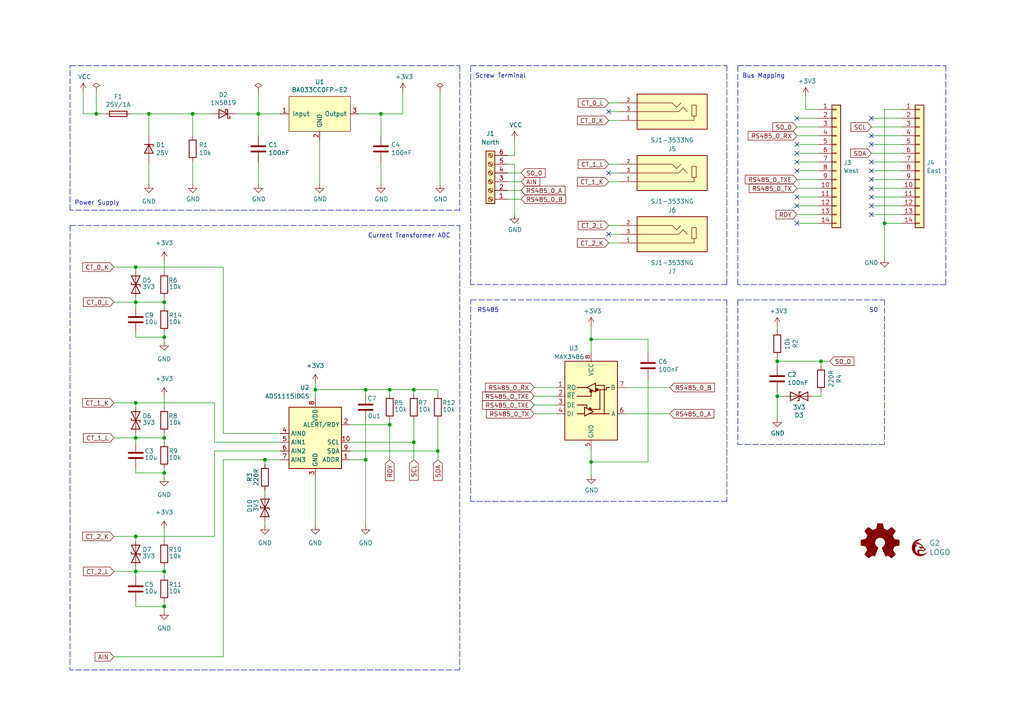
<source format=kicad_sch>
(kicad_sch (version 20211123) (generator eeschema)
  (paper "A4")
  (title_block (title "CT Module") (date "2024-11-27") (rev "1.0") (company "GrayC GmbH") (comment 1 "Fabian Schlegel") (comment 3 "3x CT, 1x Analog In, 1x RS485, 1x S0") (comment 4 "Metering module for CTs like SCT-013"))
  (lib_symbols
    (symbol "Analog_ADC:ADS1115IDGS"
      (property "Reference" "U" (at 2.54 13.97 0))
      (property "Value" "ADS1115IDGS" (at 7.62 11.43 0))
      (symbol "ADS1115IDGS_1_1"
        (pin input line (at 10.16 -5.08 180) (length 2.54) (name "ADDR") (number "1"))
        (pin input line (at 10.16 0 180) (length 2.54) (name "SCL") (number "10"))
        (pin output line (at 10.16 5.08 180) (length 2.54) (name "ALERT/RDY") (number "2"))
        (pin power_in line (at 0 -10.16 90) (length 2.54) (name "GND") (number "3"))
        (pin input line (at -10.16 2.54 0) (length 2.54) (name "AIN0") (number "4"))
        (pin input line (at -10.16 0 0) (length 2.54) (name "AIN1") (number "5"))
        (pin input line (at -10.16 -2.54 0) (length 2.54) (name "AIN2") (number "6"))
        (pin input line (at -10.16 -5.08 0) (length 2.54) (name "AIN3") (number "7"))
        (pin power_in line (at 0 12.7 270) (length 2.54) (name "VDD") (number "8"))
        (pin bidirectional line (at 10.16 -2.54 180) (length 2.54) (name "SDA") (number "9"))
      )
    )
    (symbol "BA033CC0FP-E2:BA033CC0FP-E2" (pin_names (offset 1.016))
      (property "Reference" "U" (at 0 8.89 0))
      (property "Value" "BA033CC0FP-E2" (at 0 6.35 0))
      (symbol "BA033CC0FP-E2_1_1"
        (pin power_in line (at -11.43 0 0) (length 2.54) (name "Input") (number "1"))
        (pin power_in line (at 0 -7.62 90) (length 2.54) (name "GND") (number "2"))
        (pin power_out line (at 11.43 0 180) (length 2.54) (name "Output") (number "3"))
      )
    )
    (symbol "Connector:Screw_Terminal_01x06" (pin_names (offset 1.016) hide)
      (property "Reference" "J" (at 0 7.62 0))
      (property "Value" "Screw_Terminal_01x06" (at 0 -10.16 0))
      (symbol "Screw_Terminal_01x06_1_1"
        (pin passive line (at -5.08 5.08 0) (length 3.81) (name "Pin_1") (number "1"))
        (pin passive line (at -5.08 2.54 0) (length 3.81) (name "Pin_2") (number "2"))
        (pin passive line (at -5.08 0 0) (length 3.81) (name "Pin_3") (number "3"))
        (pin passive line (at -5.08 -2.54 0) (length 3.81) (name "Pin_4") (number "4"))
        (pin passive line (at -5.08 -5.08 0) (length 3.81) (name "Pin_5") (number "5"))
        (pin passive line (at -5.08 -7.62 0) (length 3.81) (name "Pin_6") (number "6"))
      )
    )
    (symbol "Connector_Generic:Conn_01x14" (pin_names (offset 1.016) hide)
      (property "Reference" "J" (at 0 17.78 0))
      (property "Value" "Conn_01x14" (at 0 -20.32 0))
      (symbol "Conn_01x14_1_1"
        (pin passive line (at -5.08 15.24 0) (length 3.81) (name "Pin_1") (number "1"))
        (pin passive line (at -5.08 -7.62 0) (length 3.81) (name "Pin_10") (number "10"))
        (pin passive line (at -5.08 -10.16 0) (length 3.81) (name "Pin_11") (number "11"))
        (pin passive line (at -5.08 -12.7 0) (length 3.81) (name "Pin_12") (number "12"))
        (pin passive line (at -5.08 -15.24 0) (length 3.81) (name "Pin_13") (number "13"))
        (pin passive line (at -5.08 -17.78 0) (length 3.81) (name "Pin_14") (number "14"))
        (pin passive line (at -5.08 12.7 0) (length 3.81) (name "Pin_2") (number "2"))
        (pin passive line (at -5.08 10.16 0) (length 3.81) (name "Pin_3") (number "3"))
        (pin passive line (at -5.08 7.62 0) (length 3.81) (name "Pin_4") (number "4"))
        (pin passive line (at -5.08 5.08 0) (length 3.81) (name "Pin_5") (number "5"))
        (pin passive line (at -5.08 2.54 0) (length 3.81) (name "Pin_6") (number "6"))
        (pin passive line (at -5.08 0 0) (length 3.81) (name "Pin_7") (number "7"))
        (pin passive line (at -5.08 -2.54 0) (length 3.81) (name "Pin_8") (number "8"))
        (pin passive line (at -5.08 -5.08 0) (length 3.81) (name "Pin_9") (number "9"))
      )
    )
    (symbol "Device:C" (pin_numbers hide) (pin_names (offset 0.254))
      (property "Reference" "C" (at 0.635 2.54 0))
      (property "Value" "C" (at 0.635 -2.54 0))
      (symbol "C_1_1"
        (pin passive line (at 0 3.81 270) (length 2.794) (name "~") (number "1"))
        (pin passive line (at 0 -3.81 90) (length 2.794) (name "~") (number "2"))
      )
    )
    (symbol "Device:D_TVS" (pin_numbers hide) (pin_names (offset 1.016) hide)
      (property "Reference" "D" (at 0 2.54 0))
      (property "Value" "D_TVS" (at 0 -2.54 0))
      (symbol "D_TVS_1_1"
        (pin passive line (at -3.81 0 0) (length 2.54) (name "A1") (number "1"))
        (pin passive line (at 3.81 0 180) (length 2.54) (name "A2") (number "2"))
      )
    )
    (symbol "Device:D_Zener" (pin_numbers hide) (pin_names (offset 1.016) hide)
      (property "Reference" "D" (at 0 2.54 0))
      (property "Value" "D_Zener" (at 0 -2.54 0))
      (symbol "D_Zener_1_1"
        (pin passive line (at -3.81 0 0) (length 2.54) (name "K") (number "1"))
        (pin passive line (at 3.81 0 180) (length 2.54) (name "A") (number "2"))
      )
    )
    (symbol "Device:Fuse" (pin_numbers hide) (pin_names (offset 0))
      (property "Reference" "F" (at 2.032 0 90))
      (property "Value" "Fuse" (at -1.905 0 90))
      (symbol "Fuse_1_1"
        (pin passive line (at 0 3.81 270) (length 1.27) (name "~") (number "1"))
        (pin passive line (at 0 -3.81 90) (length 1.27) (name "~") (number "2"))
      )
    )
    (symbol "Device:R" (pin_numbers hide) (pin_names (offset 0))
      (property "Reference" "R" (at 2.032 0 90))
      (property "Value" "R" (at 0 0 90))
      (symbol "R_1_1"
        (pin passive line (at 0 3.81 270) (length 1.27) (name "~") (number "1"))
        (pin passive line (at 0 -3.81 90) (length 1.27) (name "~") (number "2"))
      )
    )
    (symbol "Diode:1N5819" (pin_numbers hide) (pin_names (offset 1.016) hide)
      (property "Reference" "D" (at 0 2.54 0))
      (property "Value" "1N5819" (at 0 -2.54 0))
      (symbol "1N5819_1_1"
        (pin passive line (at -3.81 0 0) (length 2.54) (name "K") (number "1"))
        (pin passive line (at 3.81 0 180) (length 2.54) (name "A") (number "2"))
      )
    )
    (symbol "Graphic:Logo_Open_Hardware_Small" (pin_names (offset 1.016)))
    (symbol "Interface_UART:MAX3486"
      (property "Reference" "U" (at -6.096 11.43 0))
      (property "Value" "MAX3486" (at 0.762 11.43 0))
      (symbol "MAX3486_1_1"
        (pin output line (at -10.16 2.54 0) (length 2.54) (name "RO") (number "1"))
        (pin input line (at -10.16 0 0) (length 2.54) (name "~{RE}") (number "2"))
        (pin input line (at -10.16 -2.54 0) (length 2.54) (name "DE") (number "3"))
        (pin input line (at -10.16 -5.08 0) (length 2.54) (name "DI") (number "4"))
        (pin power_in line (at 0 -15.24 90) (length 2.54) (name "GND") (number "5"))
        (pin bidirectional line (at 10.16 -5.08 180) (length 2.54) (name "A") (number "6"))
        (pin bidirectional line (at 10.16 2.54 180) (length 2.54) (name "B") (number "7"))
        (pin power_in line (at 0 12.7 270) (length 2.54) (name "VCC") (number "8"))
      )
    )
    (symbol "SJ1-3533NG:SJ1-3533NG" (pin_names (offset 1.016))
      (property "Reference" "J" (at -10.1694 7.627 0))
      (property "Value" "SJ1-3533NG" (at -10.1685 -10.1685 0))
      (symbol "SJ1-3533NG_0_0"
        (pin passive line (at 15.24 2.54 180) (length 5.08) (name "~") (number "1"))
        (pin passive line (at 15.24 -2.54 180) (length 5.08) (name "~") (number "2"))
        (pin passive line (at 15.24 0 180) (length 5.08) (name "~") (number "3"))
      )
    )
    (symbol "grayc-logo-negative:LOGO" (pin_names (offset 1.016)))
    (symbol "power:+3V3" (power) (pin_names (offset 0))
      (property "Value" "+3V3" (at 0 3.556 0))
      (symbol "+3V3_1_1"
        (pin power_in line (at 0 0 90) (length 0) hide (name "+3V3") (number "1"))
      )
    )
    (symbol "power:GND" (power) (pin_names (offset 0))
      (property "Value" "GND" (at 0 -3.81 0))
      (symbol "GND_1_1"
        (pin power_in line (at 0 0 270) (length 0) hide (name "GND") (number "1"))
      )
    )
    (symbol "power:PWR_FLAG" (power) (pin_numbers hide) (pin_names (offset 0) hide)
      (property "Value" "PWR_FLAG" (at 0 3.81 0))
      (symbol "PWR_FLAG_0_0"
        (pin power_out line (at 0 0 90) (length 0) (name "pwr") (number "1"))
      )
    )
    (symbol "power:VCC" (power) (pin_names (offset 0))
      (property "Value" "VCC" (at 0 3.81 0))
      (symbol "VCC_1_1"
        (pin power_in line (at 0 0 90) (length 0) hide (name "VCC") (number "1"))
      )
    )
  )
  (junction (at 238.125 104.775))
  (junction (at 225.425 114.935))
  (junction (at 256.54 64.77))
  (junction (at 110.49 33.02))
  (junction (at 39.37 165.735))
  (junction (at 47.625 137.16))
  (junction (at 47.625 175.895))
  (junction (at 39.37 155.575))
  (junction (at 55.88 33.02))
  (junction (at 47.625 97.79))
  (junction (at 39.37 77.47))
  (junction (at 113.03 113.03))
  (junction (at 39.37 116.84))
  (junction (at 171.45 133.985))
  (junction (at 113.03 123.19))
  (junction (at 120.015 128.27))
  (junction (at 225.425 104.775))
  (junction (at 39.37 87.63))
  (junction (at 76.835 133.35))
  (junction (at 47.625 87.63))
  (junction (at 91.44 113.03))
  (junction (at 120.015 113.03))
  (junction (at 106.045 113.03))
  (junction (at 127 130.81))
  (junction (at 43.18 33.02))
  (junction (at 74.93 33.02))
  (junction (at 27.94 33.02))
  (junction (at 106.045 133.35))
  (junction (at 39.37 127))
  (junction (at 47.625 127))
  (junction (at 47.625 165.735))
  (junction (at 171.45 98.425))
  (no_connect (at 231.14 46.99))
  (no_connect (at 252.73 46.99))
  (no_connect (at 231.14 49.53))
  (no_connect (at 176.53 50.165))
  (no_connect (at 176.53 67.945))
  (no_connect (at 231.14 44.45))
  (no_connect (at 231.14 41.91))
  (no_connect (at 252.73 39.37))
  (no_connect (at 252.73 41.91))
  (no_connect (at 252.73 54.61))
  (no_connect (at 252.73 59.69))
  (no_connect (at 231.14 57.15))
  (no_connect (at 231.14 64.77))
  (no_connect (at 231.14 59.69))
  (no_connect (at 252.73 57.15))
  (no_connect (at 176.53 32.385))
  (no_connect (at 252.73 62.23))
  (no_connect (at 252.73 52.07))
  (no_connect (at 231.14 34.29))
  (no_connect (at 252.73 34.29))
  (no_connect (at 252.73 49.53))
  (wire (pts (xy 252.73 59.69) (xy 261.62 59.69)))
  (wire (pts (xy 39.37 97.79) (xy 47.625 97.79)))
  (polyline (pts (xy 213.995 82.55) (xy 213.995 19.05)))
  (polyline (pts (xy 274.32 82.55) (xy 213.995 82.55)))
  (wire (pts (xy 39.37 137.16) (xy 47.625 137.16)))
  (wire (pts (xy 252.73 62.23) (xy 261.62 62.23)))
  (wire (pts (xy 47.625 175.895) (xy 47.625 177.165)))
  (wire (pts (xy 154.94 117.475) (xy 161.29 117.475)))
  (wire (pts (xy 256.54 31.75) (xy 256.54 64.77)))
  (wire (pts (xy 24.13 33.02) (xy 27.94 33.02)))
  (wire (pts (xy 252.73 54.61) (xy 261.62 54.61)))
  (wire (pts (xy 113.03 123.19) (xy 113.03 133.35)))
  (wire (pts (xy 62.23 116.84) (xy 62.23 128.27)))
  (wire (pts (xy 238.125 114.935) (xy 235.585 114.935)))
  (wire (pts (xy 147.32 47.625) (xy 149.225 47.625)))
  (wire (pts (xy 187.96 133.985) (xy 187.96 109.855)))
  (wire (pts (xy 39.37 116.84) (xy 62.23 116.84)))
  (wire (pts (xy 91.44 138.43) (xy 91.44 152.4)))
  (wire (pts (xy 252.73 36.83) (xy 261.62 36.83)))
  (wire (pts (xy 238.125 113.665) (xy 238.125 114.935)))
  (wire (pts (xy 39.37 135.89) (xy 39.37 137.16)))
  (wire (pts (xy 149.225 45.085) (xy 149.225 40.64)))
  (wire (pts (xy 176.53 52.705) (xy 179.705 52.705)))
  (wire (pts (xy 47.625 97.79) (xy 47.625 99.06)))
  (wire (pts (xy 252.73 39.37) (xy 261.62 39.37)))
  (wire (pts (xy 110.49 46.99) (xy 110.49 53.34)))
  (wire (pts (xy 47.625 174.625) (xy 47.625 175.895)))
  (wire (pts (xy 225.425 94.615) (xy 225.425 95.885)))
  (wire (pts (xy 101.6 133.35) (xy 106.045 133.35)))
  (wire (pts (xy 39.37 96.52) (xy 39.37 97.79)))
  (wire (pts (xy 62.23 130.81) (xy 81.28 130.81)))
  (polyline (pts (xy 136.525 86.995) (xy 210.82 86.995)))
  (wire (pts (xy 225.425 104.775) (xy 238.125 104.775)))
  (wire (pts (xy 187.96 102.235) (xy 187.96 98.425)))
  (wire (pts (xy 74.93 33.02) (xy 81.28 33.02)))
  (wire (pts (xy 225.425 104.775) (xy 225.425 106.045)))
  (polyline (pts (xy 213.995 86.995) (xy 213.995 128.905)))
  (wire (pts (xy 181.61 112.395) (xy 194.31 112.395)))
  (wire (pts (xy 39.37 127) (xy 47.625 127)))
  (wire (pts (xy 47.625 87.63) (xy 47.625 86.36)))
  (wire (pts (xy 127 130.81) (xy 127 133.35)))
  (wire (pts (xy 147.32 55.245) (xy 151.13 55.245)))
  (wire (pts (xy 39.37 175.895) (xy 47.625 175.895)))
  (polyline (pts (xy 210.82 19.05) (xy 210.82 82.55)))
  (wire (pts (xy 39.37 165.735) (xy 39.37 167.005)))
  (wire (pts (xy 127 113.03) (xy 127 114.3)))
  (wire (pts (xy 76.835 151.13) (xy 76.835 152.4)))
  (wire (pts (xy 113.03 113.03) (xy 120.015 113.03)))
  (wire (pts (xy 39.37 155.575) (xy 62.23 155.575)))
  (wire (pts (xy 101.6 123.19) (xy 113.03 123.19)))
  (wire (pts (xy 47.625 137.16) (xy 47.625 135.89)))
  (wire (pts (xy 106.045 114.3) (xy 106.045 113.03)))
  (polyline (pts (xy 133.35 65.405) (xy 133.35 194.31)))
  (wire (pts (xy 154.94 120.015) (xy 161.29 120.015)))
  (wire (pts (xy 55.88 33.02) (xy 60.96 33.02)))
  (wire (pts (xy 55.88 39.37) (xy 55.88 33.02)))
  (polyline (pts (xy 256.54 128.905) (xy 213.995 128.905)))
  (wire (pts (xy 147.32 52.705) (xy 151.13 52.705)))
  (wire (pts (xy 252.73 49.53) (xy 261.62 49.53)))
  (wire (pts (xy 33.02 87.63) (xy 39.37 87.63)))
  (wire (pts (xy 43.18 33.02) (xy 55.88 33.02)))
  (wire (pts (xy 187.96 98.425) (xy 171.45 98.425)))
  (wire (pts (xy 161.29 114.935) (xy 154.94 114.935)))
  (wire (pts (xy 47.625 87.63) (xy 47.625 88.9)))
  (wire (pts (xy 106.045 113.03) (xy 113.03 113.03)))
  (polyline (pts (xy 210.82 82.55) (xy 136.525 82.55)))
  (polyline (pts (xy 20.32 65.405) (xy 20.32 194.31)))
  (wire (pts (xy 64.77 133.35) (xy 76.835 133.35)))
  (wire (pts (xy 76.835 133.35) (xy 76.835 134.62)))
  (wire (pts (xy 27.94 33.02) (xy 30.48 33.02)))
  (wire (pts (xy 47.625 164.465) (xy 47.625 165.735)))
  (polyline (pts (xy 213.995 19.05) (xy 274.32 19.05)))
  (wire (pts (xy 74.93 46.99) (xy 74.93 53.34)))
  (wire (pts (xy 43.18 46.99) (xy 43.18 53.34)))
  (wire (pts (xy 106.045 121.92) (xy 106.045 133.35)))
  (polyline (pts (xy 136.525 19.05) (xy 210.82 19.05)))
  (polyline (pts (xy 20.32 19.05) (xy 133.35 19.05)))
  (wire (pts (xy 252.73 44.45) (xy 261.62 44.45)))
  (wire (pts (xy 47.625 165.735) (xy 47.625 167.005)))
  (wire (pts (xy 179.705 29.845) (xy 176.53 29.845)))
  (wire (pts (xy 120.015 121.92) (xy 120.015 128.27)))
  (wire (pts (xy 238.125 104.775) (xy 240.665 104.775)))
  (wire (pts (xy 106.045 133.35) (xy 106.045 152.4)))
  (wire (pts (xy 38.1 33.02) (xy 43.18 33.02)))
  (wire (pts (xy 171.45 133.985) (xy 187.96 133.985)))
  (wire (pts (xy 231.14 34.29) (xy 237.49 34.29)))
  (wire (pts (xy 92.71 53.34) (xy 92.71 40.64)))
  (wire (pts (xy 39.37 165.735) (xy 47.625 165.735)))
  (wire (pts (xy 231.14 39.37) (xy 237.49 39.37)))
  (wire (pts (xy 64.77 133.35) (xy 64.77 190.5)))
  (wire (pts (xy 256.54 64.77) (xy 261.62 64.77)))
  (wire (pts (xy 47.625 137.16) (xy 47.625 138.43)))
  (wire (pts (xy 194.31 120.015) (xy 181.61 120.015)))
  (wire (pts (xy 147.32 50.165) (xy 151.13 50.165)))
  (wire (pts (xy 39.37 77.47) (xy 39.37 78.74)))
  (wire (pts (xy 176.53 65.405) (xy 179.705 65.405)))
  (wire (pts (xy 33.02 127) (xy 39.37 127)))
  (wire (pts (xy 256.54 64.77) (xy 256.54 74.93)))
  (wire (pts (xy 179.705 34.925) (xy 176.53 34.925)))
  (polyline (pts (xy 136.525 82.55) (xy 136.525 19.05)))
  (wire (pts (xy 176.53 50.165) (xy 179.705 50.165)))
  (polyline (pts (xy 274.32 19.05) (xy 274.32 82.55)))
  (wire (pts (xy 225.425 121.285) (xy 225.425 114.935)))
  (wire (pts (xy 147.32 57.785) (xy 151.13 57.785)))
  (wire (pts (xy 176.53 70.485) (xy 179.705 70.485)))
  (wire (pts (xy 33.02 155.575) (xy 39.37 155.575)))
  (wire (pts (xy 176.53 67.945) (xy 179.705 67.945)))
  (wire (pts (xy 39.37 87.63) (xy 47.625 87.63)))
  (wire (pts (xy 154.94 112.395) (xy 161.29 112.395)))
  (wire (pts (xy 231.14 54.61) (xy 237.49 54.61)))
  (wire (pts (xy 39.37 155.575) (xy 39.37 156.845)))
  (wire (pts (xy 39.37 164.465) (xy 39.37 165.735)))
  (wire (pts (xy 176.53 47.625) (xy 179.705 47.625)))
  (wire (pts (xy 39.37 127) (xy 39.37 128.27)))
  (polyline (pts (xy 136.525 145.415) (xy 136.525 86.995)))
  (wire (pts (xy 231.14 57.15) (xy 237.49 57.15)))
  (wire (pts (xy 231.14 59.69) (xy 237.49 59.69)))
  (polyline (pts (xy 133.35 19.05) (xy 133.35 60.96)))
  (wire (pts (xy 113.03 113.03) (xy 113.03 114.3)))
  (wire (pts (xy 64.77 190.5) (xy 33.02 190.5)))
  (polyline (pts (xy 133.35 60.96) (xy 20.32 60.96)))
  (wire (pts (xy 91.44 113.03) (xy 91.44 115.57)))
  (wire (pts (xy 171.45 94.615) (xy 171.45 98.425)))
  (wire (pts (xy 104.14 33.02) (xy 110.49 33.02)))
  (wire (pts (xy 64.77 77.47) (xy 64.77 125.73)))
  (wire (pts (xy 27.94 26.67) (xy 27.94 33.02)))
  (wire (pts (xy 106.045 113.03) (xy 91.44 113.03)))
  (polyline (pts (xy 210.82 145.415) (xy 136.525 145.415)))
  (wire (pts (xy 39.37 87.63) (xy 39.37 88.9)))
  (wire (pts (xy 39.37 86.36) (xy 39.37 87.63)))
  (wire (pts (xy 233.68 27.94) (xy 233.68 31.75)))
  (wire (pts (xy 47.625 125.73) (xy 47.625 127)))
  (wire (pts (xy 256.54 31.75) (xy 261.62 31.75)))
  (wire (pts (xy 74.93 26.67) (xy 74.93 33.02)))
  (wire (pts (xy 24.13 26.67) (xy 24.13 33.02)))
  (wire (pts (xy 74.93 39.37) (xy 74.93 33.02)))
  (wire (pts (xy 225.425 103.505) (xy 225.425 104.775)))
  (wire (pts (xy 238.125 106.045) (xy 238.125 104.775)))
  (polyline (pts (xy 133.35 194.31) (xy 20.32 194.31)))
  (wire (pts (xy 120.015 128.27) (xy 120.015 133.35)))
  (wire (pts (xy 47.625 127) (xy 47.625 128.27)))
  (wire (pts (xy 147.32 45.085) (xy 149.225 45.085)))
  (wire (pts (xy 76.835 133.35) (xy 81.28 133.35)))
  (wire (pts (xy 231.14 52.07) (xy 237.49 52.07)))
  (wire (pts (xy 252.73 34.29) (xy 261.62 34.29)))
  (wire (pts (xy 225.425 113.665) (xy 225.425 114.935)))
  (polyline (pts (xy 210.82 86.995) (xy 210.82 145.415)))
  (wire (pts (xy 252.73 46.99) (xy 261.62 46.99)))
  (wire (pts (xy 116.84 33.02) (xy 116.84 26.67)))
  (wire (pts (xy 127 130.81) (xy 127 121.92)))
  (wire (pts (xy 252.73 57.15) (xy 261.62 57.15)))
  (wire (pts (xy 101.6 130.81) (xy 127 130.81)))
  (wire (pts (xy 231.14 49.53) (xy 237.49 49.53)))
  (wire (pts (xy 47.625 75.565) (xy 47.625 78.74)))
  (wire (pts (xy 171.45 133.985) (xy 171.45 137.795)))
  (wire (pts (xy 39.37 125.73) (xy 39.37 127)))
  (wire (pts (xy 62.23 130.81) (xy 62.23 155.575)))
  (polyline (pts (xy 20.32 60.96) (xy 20.32 19.05)))
  (wire (pts (xy 252.73 52.07) (xy 261.62 52.07)))
  (wire (pts (xy 120.015 113.03) (xy 120.015 114.3)))
  (wire (pts (xy 233.68 31.75) (xy 237.49 31.75)))
  (wire (pts (xy 43.18 39.37) (xy 43.18 33.02)))
  (wire (pts (xy 39.37 116.84) (xy 39.37 118.11)))
  (wire (pts (xy 91.44 111.125) (xy 91.44 113.03)))
  (wire (pts (xy 149.225 47.625) (xy 149.225 62.23)))
  (wire (pts (xy 55.88 53.34) (xy 55.88 46.99)))
  (wire (pts (xy 64.77 125.73) (xy 81.28 125.73)))
  (polyline (pts (xy 213.995 86.995) (xy 256.54 86.995)))
  (wire (pts (xy 225.425 114.935) (xy 227.965 114.935)))
  (wire (pts (xy 171.45 98.425) (xy 171.45 102.235)))
  (wire (pts (xy 47.625 114.935) (xy 47.625 118.11)))
  (wire (pts (xy 113.03 123.19) (xy 113.03 121.92)))
  (wire (pts (xy 231.14 64.77) (xy 237.49 64.77)))
  (wire (pts (xy 68.58 33.02) (xy 74.93 33.02)))
  (wire (pts (xy 110.49 33.02) (xy 116.84 33.02)))
  (wire (pts (xy 39.37 77.47) (xy 64.77 77.47)))
  (wire (pts (xy 33.02 77.47) (xy 39.37 77.47)))
  (wire (pts (xy 231.14 46.99) (xy 237.49 46.99)))
  (wire (pts (xy 110.49 33.02) (xy 110.49 39.37)))
  (wire (pts (xy 47.625 97.79) (xy 47.625 96.52)))
  (wire (pts (xy 76.835 142.24) (xy 76.835 143.51)))
  (wire (pts (xy 39.37 174.625) (xy 39.37 175.895)))
  (wire (pts (xy 252.73 41.91) (xy 261.62 41.91)))
  (wire (pts (xy 231.14 62.23) (xy 237.49 62.23)))
  (wire (pts (xy 231.14 44.45) (xy 237.49 44.45)))
  (wire (pts (xy 62.23 128.27) (xy 81.28 128.27)))
  (wire (pts (xy 120.015 113.03) (xy 127 113.03)))
  (wire (pts (xy 231.14 41.91) (xy 237.49 41.91)))
  (polyline (pts (xy 20.32 65.405) (xy 133.35 65.405)))
  (wire (pts (xy 179.705 32.385) (xy 176.53 32.385)))
  (polyline (pts (xy 256.54 86.995) (xy 256.54 128.905)))
  (wire (pts (xy 231.14 36.83) (xy 237.49 36.83)))
  (wire (pts (xy 33.02 116.84) (xy 39.37 116.84)))
  (wire (pts (xy 127.635 26.67) (xy 127.635 53.34)))
  (wire (pts (xy 47.625 153.67) (xy 47.625 156.845)))
  (wire (pts (xy 33.02 165.735) (xy 39.37 165.735)))
  (wire (pts (xy 101.6 128.27) (xy 120.015 128.27)))
  (wire (pts (xy 171.45 130.175) (xy 171.45 133.985)))
  (text "Bus Mapping" (at 215.265 22.86 0) (effects (font (size 1.27 1.27)) (justify left bottom)))
  (text "S0" (at 252.095 90.805 0) (effects (font (size 1.27 1.27)) (justify left bottom)))
  (text "Current Transformer ADC" (at 106.68 69.215 0) (effects (font (size 1.27 1.27)) (justify left bottom)))
  (text "RS485" (at 138.43 90.805 0) (effects (font (size 1.27 1.27)) (justify left bottom)))
  (text "Power Supply" (at 21.59 59.69 0) (effects (font (size 1.27 1.27)) (justify left bottom)))
  (text "Screw Terminal" (at 137.795 22.86 0) (effects (font (size 1.27 1.27)) (justify left bottom)))
  (global_label "SCL" (shape input) (at 252.73 36.83 180) (property "Intersheet References" "${INTERSHEET_REFS}" (effects hide)))
  (global_label "RS485_0_RX" (shape input) (at 231.14 39.37 180) (property "Intersheet References" "${INTERSHEET_REFS}" (effects hide)))
  (global_label "S0_0" (shape input) (at 151.13 50.165 0) (property "Intersheet References" "${INTERSHEET_REFS}" (effects hide)))
  (global_label "CT_2_L" (shape input) (at 176.53 65.405 180) (property "Intersheet References" "${INTERSHEET_REFS}" (effects hide)))
  (global_label "RS485_0_A" (shape input) (at 194.31 120.015 0) (property "Intersheet References" "${INTERSHEET_REFS}" (effects hide)))
  (global_label "RS485_0_TXE" (shape input) (at 231.14 52.07 180) (property "Intersheet References" "${INTERSHEET_REFS}" (effects hide)))
  (global_label "CT_1_K" (shape input) (at 33.02 116.84 180) (property "Intersheet References" "${INTERSHEET_REFS}" (effects hide)))
  (global_label "RS485_0_B" (shape input) (at 151.13 57.785 0) (property "Intersheet References" "${INTERSHEET_REFS}" (effects hide)))
  (global_label "S0_0" (shape input) (at 240.665 104.775 0) (property "Intersheet References" "${INTERSHEET_REFS}" (effects hide)))
  (global_label "AIN" (shape input) (at 33.02 190.5 180) (property "Intersheet References" "${INTERSHEET_REFS}" (effects hide)))
  (global_label "RS485_0_RX" (shape input) (at 154.94 112.395 180) (property "Intersheet References" "${INTERSHEET_REFS}" (effects hide)))
  (global_label "RS485_0_B" (shape input) (at 194.31 112.395 0) (property "Intersheet References" "${INTERSHEET_REFS}" (effects hide)))
  (global_label "RDY" (shape input) (at 113.03 133.35 270) (property "Intersheet References" "${INTERSHEET_REFS}" (effects hide)))
  (global_label "CT_1_K" (shape input) (at 176.53 52.705 180) (property "Intersheet References" "${INTERSHEET_REFS}" (effects hide)))
  (global_label "SCL" (shape input) (at 120.015 133.35 270) (property "Intersheet References" "${INTERSHEET_REFS}" (effects hide)))
  (global_label "CT_0_L" (shape input) (at 176.53 29.845 180) (property "Intersheet References" "${INTERSHEET_REFS}" (effects hide)))
  (global_label "CT_2_K" (shape input) (at 176.53 70.485 180) (property "Intersheet References" "${INTERSHEET_REFS}" (effects hide)))
  (global_label "RS485_0_TX" (shape input) (at 154.94 120.015 180) (property "Intersheet References" "${INTERSHEET_REFS}" (effects hide)))
  (global_label "CT_1_L" (shape input) (at 33.02 127 180) (property "Intersheet References" "${INTERSHEET_REFS}" (effects hide)))
  (global_label "RS485_0_TXE" (shape input) (at 154.94 114.935 180) (property "Intersheet References" "${INTERSHEET_REFS}" (effects hide)))
  (global_label "AIN" (shape input) (at 151.13 52.705 0) (property "Intersheet References" "${INTERSHEET_REFS}" (effects hide)))
  (global_label "CT_2_K" (shape input) (at 33.02 155.575 180) (property "Intersheet References" "${INTERSHEET_REFS}" (effects hide)))
  (global_label "CT_2_L" (shape input) (at 33.02 165.735 180) (property "Intersheet References" "${INTERSHEET_REFS}" (effects hide)))
  (global_label "RS485_0_TX" (shape input) (at 231.14 54.61 180) (property "Intersheet References" "${INTERSHEET_REFS}" (effects hide)))
  (global_label "SDA" (shape input) (at 127 133.35 270) (property "Intersheet References" "${INTERSHEET_REFS}" (effects hide)))
  (global_label "CT_1_L" (shape input) (at 176.53 47.625 180) (property "Intersheet References" "${INTERSHEET_REFS}" (effects hide)))
  (global_label "RS485_0_TXE" (shape input) (at 154.94 117.475 180) (property "Intersheet References" "${INTERSHEET_REFS}" (effects hide)))
  (global_label "CT_0_K" (shape input) (at 33.02 77.47 180) (property "Intersheet References" "${INTERSHEET_REFS}" (effects hide)))
  (global_label "RS485_0_A" (shape input) (at 151.13 55.245 0) (property "Intersheet References" "${INTERSHEET_REFS}" (effects hide)))
  (global_label "CT_0_K" (shape input) (at 176.53 34.925 180) (property "Intersheet References" "${INTERSHEET_REFS}" (effects hide)))
  (global_label "CT_0_L" (shape input) (at 33.02 87.63 180) (property "Intersheet References" "${INTERSHEET_REFS}" (effects hide)))
  (global_label "RDY" (shape input) (at 231.14 62.23 180) (property "Intersheet References" "${INTERSHEET_REFS}" (effects hide)))
  (global_label "S0_0" (shape input) (at 231.14 36.83 180) (property "Intersheet References" "${INTERSHEET_REFS}" (effects hide)))
  (global_label "SDA" (shape input) (at 252.73 44.45 180) (property "Intersheet References" "${INTERSHEET_REFS}" (effects hide)))
  (symbol (lib_id "Device:R") (at 238.125 109.855 180) (unit 1)
    (property "Reference" "R4" (at 243.3828 109.855 90))
    (property "Value" "220R" (at 241.0714 109.855 90))
    (property "Footprint" "Resistor_SMD:R_1206_3216Metric_Pad1.30x1.75mm_HandSolder" (effects hide))
    (property "Price" "0.08" (effects hide))
    (property "Product" "https://www.mouser.de/ProductDetail/TE-Connectivity-Holsworthy/CRGCQ1206J220R" (effects hide))
    (property "manf#" "CR0603-FX-2200ELF" (effects hide))
    (property "mouser#" "652-CR0603FX-2200ELF" (effects hide))
  )
  (symbol (lib_id "power:PWR_FLAG") (at 74.93 26.67 0) (unit 1)
    (property "Reference" "#FLG0101" (effects hide))
    (property "Value" "PWR_FLAG" (effects hide))
  )
  (symbol (lib_id "Connector_Generic:Conn_01x14") (at 266.7 46.99 0) (unit 1)
    (property "Reference" "J4" (at 268.732 47.1932 0) (effects (justify left)))
    (property "Value" "East" (at 268.732 49.5046 0) (effects (justify left)))
    (property "Footprint" "Connector_PinHeader_2.54mm:PinHeader_1x14_P2.54mm_Vertical" (effects hide))
    (property "Price" "0.45" (effects hide))
    (property "Product" "https://www.mouser.de/ProductDetail/Harwin/M20-9991446" (effects hide))
    (property "manf#" "M20-9991446" (effects hide))
    (property "mouser#" "855-M20-9991446" (effects hide))
  )
  (symbol (lib_id "Device:Fuse") (at 34.29 33.02 270) (unit 1)
    (property "Reference" "F1" (at 34.29 28.0162 90))
    (property "Value" "25V/1A" (at 34.29 30.3276 90))
    (property "Footprint" "Fuse:Fuse_1206_3216Metric_Pad1.42x1.75mm_HandSolder" (effects hide))
    (property "Price" "0.93" (effects hide))
    (property "Product" "https://www.mouser.de/ProductDetail/Bourns/SF-1206HIA100M-2" (effects hide))
    (property "manf#" "TR/3216FF1-R" (effects hide))
    (property "mouser#" "504-TR/3216FF1-R" (effects hide))
  )
  (symbol (lib_id "Interface_UART:MAX3486") (at 171.45 114.935 0) (unit 1)
    (property "Reference" "U3" (at 166.37 100.965 0))
    (property "Value" "MAX3486" (at 165.1 103.505 0))
    (property "Footprint" "Package_SO:SOIC-8_3.9x4.9mm_P1.27mm" (effects hide))
    (property "Datasheet" "https://datasheets.maximintegrated.com/en/ds/MAX3483-MAX3491.pdf" (effects hide))
    (property "Price" "3.71" (effects hide))
    (property "Product" "https://www.mouser.de/ProductDetail/Maxim-Integrated/MAX3486ECSA%2b?qs=LHmEVA8xxfYujvexFFcA7w%3D%3D" (effects hide))
    (property "manf#" "MAX3486EESA+" (effects hide))
    (property "mouser#" "700-MAX3486EESA" (effects hide))
  )
  (symbol (lib_id "Device:R") (at 113.03 118.11 180) (unit 1)
    (property "Reference" "R5" (at 115.57 116.84 0))
    (property "Value" "10k" (at 116.205 118.745 0))
    (property "Footprint" "Resistor_SMD:R_1206_3216Metric_Pad1.30x1.75mm_HandSolder" (effects hide))
    (property "manf#" "CR1206-JW-103ELF" (effects hide))
    (property "mouser#" "652-CR1206JW-103ELF" (effects hide))
  )
  (symbol (lib_id "power:GND") (at 47.625 138.43 0) (unit 1)
    (property "Reference" "#PWR0112" (effects hide))
    (property "Value" "GND" (at 47.625 143.51 0))
  )
  (symbol (lib_id "grayc-logo-negative:LOGO") (at 266.7 158.75 0) (unit 1) (in_bom no)
    (property "Reference" "G2" (at 269.494 157.48 0) (effects (font (size 1.524 1.524)) (justify left)))
    (property "Value" "LOGO" (at 269.494 160.1724 0) (effects (font (size 1.524 1.524)) (justify left)))
    (property "Footprint" "images:grayc-logo-negative" (effects hide))
  )
  (symbol (lib_id "power:GND") (at 110.49 53.34 0) (unit 1)
    (property "Reference" "#PWR0117" (effects hide))
    (property "Value" "GND" (at 110.617 57.7342 0))
  )
  (symbol (lib_id "Device:R") (at 47.625 82.55 180) (unit 1)
    (property "Reference" "R6" (at 50.165 81.28 0))
    (property "Value" "10k" (at 50.8 83.185 0))
    (property "Footprint" "Resistor_SMD:R_1206_3216Metric_Pad1.30x1.75mm_HandSolder" (effects hide))
    (property "manf#" "CR1206-JW-103ELF" (effects hide))
    (property "mouser#" "652-CR1206JW-103ELF" (effects hide))
  )
  (symbol (lib_id "power:GND") (at 106.045 152.4 0) (unit 1)
    (property "Reference" "#PWR0126" (effects hide))
    (property "Value" "GND" (at 106.045 157.48 0))
  )
  (symbol (lib_id "power:GND") (at 74.93 53.34 0) (unit 1)
    (property "Reference" "#PWR0123" (effects hide))
    (property "Value" "GND" (at 75.057 57.7342 0))
  )
  (symbol (lib_id "Device:C") (at 110.49 43.18 0) (unit 1)
    (property "Reference" "C4" (at 113.411 42.0116 0) (effects (justify left)))
    (property "Value" "100nF" (at 113.411 44.323 0) (effects (justify left)))
    (property "Footprint" "Capacitor_SMD:C_1206_3216Metric_Pad1.33x1.80mm_HandSolder" (effects hide))
    (property "Price" "0.24" (effects hide))
    (property "Product" "https://www.mouser.de/ProductDetail/KEMET/C1206C104M6RACTU?qs=F5EMLAvA7IBTviv6fCZN3A%3D%3D" (effects hide))
    (property "manf#" "C1206C104M5RACTU" (effects hide))
    (property "mouser#" "80-C1206C104M5R" (effects hide))
  )
  (symbol (lib_id "Device:R") (at 225.425 99.695 180) (unit 1)
    (property "Reference" "R2" (at 230.6828 99.695 90))
    (property "Value" "10k" (at 228.3714 99.695 90))
    (property "Footprint" "Resistor_SMD:R_1206_3216Metric_Pad1.30x1.75mm_HandSolder" (effects hide))
    (property "Price" "0.08" (effects hide))
    (property "Product" "https://www.mouser.de/ProductDetail/Bourns/CR1206-JW-103ELF" (effects hide))
    (property "manf#" "CR1206-JW-103ELF" (effects hide))
    (property "mouser#" "652-CR1206JW-103ELF" (effects hide))
  )
  (symbol (lib_id "Device:C") (at 39.37 170.815 0) (unit 1)
    (property "Reference" "C5" (at 41.91 169.545 0) (effects (justify left)))
    (property "Value" "10u" (at 41.91 171.45 0) (effects (justify left)))
    (property "Footprint" "Capacitor_SMD:C_1206_3216Metric_Pad1.33x1.80mm_HandSolder" (effects hide))
    (property "manf#" "C1206C106M9RACTU" (effects hide))
    (property "mouser#" "80-C1206C106M9R" (effects hide))
  )
  (symbol (lib_id "Device:C") (at 225.425 109.855 0) (unit 1)
    (property "Reference" "C2" (at 228.346 108.6866 0) (effects (justify left)))
    (property "Value" "100nF" (at 228.346 110.998 0) (effects (justify left)))
    (property "Footprint" "Capacitor_SMD:C_1206_3216Metric_Pad1.33x1.80mm_HandSolder" (effects hide))
    (property "Price" "0.24" (effects hide))
    (property "Product" "https://www.mouser.de/ProductDetail/KEMET/C1206C104M6RACTU?qs=F5EMLAvA7IBTviv6fCZN3A%3D%3D" (effects hide))
    (property "manf#" "C1206C104M5RACTU" (effects hide))
    (property "mouser#" "80-C1206C104M5R" (effects hide))
  )
  (symbol (lib_id "Device:R") (at 127 118.11 180) (unit 1)
    (property "Reference" "R12" (at 130.175 116.84 0))
    (property "Value" "10k" (at 130.175 118.745 0))
    (property "Footprint" "Resistor_SMD:R_1206_3216Metric_Pad1.30x1.75mm_HandSolder" (effects hide))
    (property "manf#" "CR1206-JW-103ELF" (effects hide))
    (property "mouser#" "652-CR1206JW-103ELF" (effects hide))
  )
  (symbol (lib_id "Device:R") (at 55.88 43.18 0) (unit 1)
    (property "Reference" "R1" (at 57.658 42.0116 0) (effects (justify left)))
    (property "Value" "10k" (at 57.658 44.323 0) (effects (justify left)))
    (property "Footprint" "Resistor_SMD:R_1206_3216Metric_Pad1.30x1.75mm_HandSolder" (effects hide))
    (property "Price" "0.08" (effects hide))
    (property "Product" "https://www.mouser.de/ProductDetail/Bourns/CR1206-JW-103ELF" (effects hide))
    (property "manf#" "CR1206-JW-103ELF" (effects hide))
    (property "mouser#" "652-CR1206JW-103ELF" (effects hide))
  )
  (symbol (lib_id "Device:D_TVS") (at 231.775 114.935 180) (unit 1)
    (property "Reference" "D3" (at 231.775 120.4468 0))
    (property "Value" "3V3" (at 231.775 118.1354 0))
    (property "Footprint" "Diode_SMD:D_0603_1608Metric_Pad1.05x0.95mm_HandSolder" (effects hide))
    (property "Price" "0.32" (effects hide))
    (property "Product" "https://www.mouser.de/ProductDetail/Bourns/CG0603MLC-33LE?qs=m8myXnDJXpXlL5%252BDNWWe1g%3D%3D" (effects hide))
    (property "manf#" "CG0603MLC-3.3LE" (effects hide))
    (property "mouser#" "652-CG0603MLC-3.3LE" (effects hide))
  )
  (symbol (lib_id "power:GND") (at 55.88 53.34 0) (unit 1)
    (property "Reference" "#PWR0122" (effects hide))
    (property "Value" "GND" (at 56.007 57.7342 0))
  )
  (symbol (lib_id "power:GND") (at 225.425 121.285 0) (unit 1)
    (property "Reference" "#PWR0108" (effects hide))
    (property "Value" "GND" (at 225.552 125.6792 0))
  )
  (symbol (lib_id "Graphic:Logo_Open_Hardware_Small") (at 255.27 157.48 0) (unit 1) (in_bom no)
    (property "Reference" "G1" (effects hide))
    (property "Value" "Logo_Open_Hardware_Small" (effects hide))
    (property "Footprint" "Symbol:OSHW-Logo2_7.3x6mm_SilkScreen" (effects hide))
  )
  (symbol (lib_id "power:GND") (at 47.625 99.06 0) (unit 1)
    (property "Reference" "#PWR0102" (effects hide))
    (property "Value" "GND" (at 47.625 104.14 0))
  )
  (symbol (lib_id "power:VCC") (at 149.225 40.64 0) (unit 1)
    (property "Reference" "#PWR0111" (effects hide))
    (property "Value" "VCC" (at 149.606 36.2458 0))
  )
  (symbol (lib_id "Device:R") (at 47.625 160.655 180) (unit 1)
    (property "Reference" "R10" (at 50.8 159.385 0))
    (property "Value" "10k" (at 50.8 161.29 0))
    (property "Footprint" "Resistor_SMD:R_1206_3216Metric_Pad1.30x1.75mm_HandSolder" (effects hide))
    (property "manf#" "CR1206-JW-103ELF" (effects hide))
    (property "mouser#" "652-CR1206JW-103ELF" (effects hide))
  )
  (symbol (lib_id "Device:C") (at 39.37 132.08 0) (unit 1)
    (property "Reference" "C3" (at 41.91 130.81 0) (effects (justify left)))
    (property "Value" "10u" (at 41.91 132.715 0) (effects (justify left)))
    (property "Footprint" "Capacitor_SMD:C_1206_3216Metric_Pad1.33x1.80mm_HandSolder" (effects hide))
    (property "manf#" "C1206C106M9RACTU" (effects hide))
    (property "mouser#" "80-C1206C106M9R" (effects hide))
  )
  (symbol (lib_id "Device:R") (at 47.625 170.815 0) (unit 1)
    (property "Reference" "R11" (at 48.895 169.545 0) (effects (justify left)))
    (property "Value" "10k" (at 48.895 171.45 0) (effects (justify left)))
    (property "Footprint" "Resistor_SMD:R_1206_3216Metric_Pad1.30x1.75mm_HandSolder" (effects hide))
    (property "manf#" "CR1206-JW-103ELF" (effects hide))
    (property "mouser#" "652-CR1206JW-103ELF" (effects hide))
  )
  (symbol (lib_id "power:GND") (at 91.44 152.4 0) (unit 1)
    (property "Reference" "#PWR0115" (effects hide))
    (property "Value" "GND" (at 91.44 157.48 0))
  )
  (symbol (lib_id "power:GND") (at 47.625 177.165 0) (unit 1)
    (property "Reference" "#PWR0105" (effects hide))
    (property "Value" "GND" (at 47.625 182.245 0))
  )
  (symbol (lib_id "Diode:1N5819") (at 64.77 33.02 180) (unit 1)
    (property "Reference" "D2" (at 64.77 27.5082 0))
    (property "Value" "1N5819" (at 64.77 29.8196 0))
    (property "Footprint" "Diode_SMD:D_SOD-323_HandSoldering" (effects hide))
    (property "Datasheet" "http://www.vishay.com/docs/88525/1n5817.pdf" (effects hide))
    (property "Price" "0.25" (effects hide))
    (property "Product" "https://www.mouser.de/ProductDetail/Diodes-Incorporated/1N5819HW-7-F?qs=NQ47qNm99eDyWTEd07miYA%3D%3D" (effects hide))
    (property "manf#" "PMEG4010CEAX" (effects hide))
    (property "mouser#" "771-PMEG4010CEAX" (effects hide))
  )
  (symbol (lib_id "Device:C") (at 187.96 106.045 0) (unit 1)
    (property "Reference" "C6" (at 190.881 104.8766 0) (effects (justify left)))
    (property "Value" "100nF" (at 190.881 107.188 0) (effects (justify left)))
    (property "Footprint" "Capacitor_SMD:C_1206_3216Metric_Pad1.33x1.80mm_HandSolder" (effects hide))
    (property "Price" "0.24" (effects hide))
    (property "Product" "https://www.mouser.de/ProductDetail/KEMET/C1206C104M6RACTU?qs=F5EMLAvA7IBTviv6fCZN3A%3D%3D" (effects hide))
    (property "manf#" "C1206C104M5RACTU" (effects hide))
    (property "mouser#" "80-C1206C104M5R" (effects hide))
  )
  (symbol (lib_id "Device:R") (at 47.625 121.92 180) (unit 1)
    (property "Reference" "R8" (at 50.165 120.65 0))
    (property "Value" "10k" (at 50.8 122.555 0))
    (property "Footprint" "Resistor_SMD:R_1206_3216Metric_Pad1.30x1.75mm_HandSolder" (effects hide))
    (property "manf#" "CR1206-JW-103ELF" (effects hide))
    (property "mouser#" "652-CR1206JW-103ELF" (effects hide))
  )
  (symbol (lib_id "SJ1-3533NG:SJ1-3533NG") (at 194.945 32.385 180) (unit 1)
    (property "Reference" "J5" (at 194.945 43.18 0))
    (property "Value" "SJ1-3533NG" (at 194.945 40.64 0))
    (property "Footprint" "SJ1-3533NG:CUI_SJ1-3533NG" (effects hide))
    (property "MF" "Same Sky" (effects hide))
    (property "DESCRIPTION" "3.5 mm, Stereo, Right Angle, Through Hole, Isolated Ground, Audio Jack Connector" (effects hide))
    (property "PACKAGE" "None" (effects hide))
    (property "PRICE" "None" (effects hide))
    (property "Package" "None" (effects hide))
    (property "Check_prices" "https://www.snapeda.com/parts/SJ1-3533NG/Same+Sky/view-part/?ref=eda" (effects hide))
    (property "CUI_PURCHASE_URL" "https://www.cuidevices.com/product/interconnect/connectors/audio-connectors/jacks/sj1-353xng-series?utm_source=snapeda.com&utm_medium=referral&utm_campaign=snapedaBOM" (effects hide))
    (property "SnapEDA_Link" "https://www.snapeda.com/parts/SJ1-3533NG/Same+Sky/view-part/?ref=snap" (effects hide))
    (property "MP" "SJ1-3533NG" (effects hide))
    (property "Purchase-URL" "https://www.snapeda.com/api/url_track_click_mouser/?unipart_id=493917&manufacturer=Same Sky&part_name=SJ1-3533NG&search_term=sj1-3533ng" (effects hide))
    (property "Price" "None" (effects hide))
    (property "Availability" "In Stock" (effects hide))
    (property "AVAILABILITY" "Unavailable" (effects hide))
    (property "Description" "\n3.5 mm Right-Angle Stereo Jack, 3 Pin PCB Mount, Isolated Ground\n" (effects hide))
    (property "manf#" "SJ1-3533NG" (effects hide))
    (property "mouser#" "490-SJ1-3533NG" (effects hide))
  )
  (symbol (lib_id "power:PWR_FLAG") (at 127.635 26.67 0) (unit 1)
    (property "Reference" "#FLG0103" (effects hide))
    (property "Value" "PWR_FLAG" (effects hide))
  )
  (symbol (lib_id "power:+3V3") (at 225.425 94.615 0) (unit 1)
    (property "Reference" "#PWR0113" (effects hide))
    (property "Value" "+3V3" (at 225.806 90.2208 0))
  )
  (symbol (lib_id "Device:C") (at 106.045 118.11 180) (unit 1)
    (property "Reference" "C7" (at 109.22 115.57 0) (effects (justify left)))
    (property "Value" "0u1" (at 110.49 120.65 0) (effects (justify left)))
    (property "Footprint" "Capacitor_SMD:C_1206_3216Metric_Pad1.33x1.80mm_HandSolder" (effects hide))
    (property "Price" "0.24" (effects hide))
    (property "Product" "https://www.mouser.de/ProductDetail/KEMET/C1206C104M6RACTU?qs=F5EMLAvA7IBTviv6fCZN3A%3D%3D" (effects hide))
    (property "manf#" "C1206C104M5RACTU" (effects hide))
    (property "mouser#" "80-C1206C104M5R" (effects hide))
  )
  (symbol (lib_id "Device:D_TVS") (at 39.37 160.655 90) (unit 1)
    (property "Reference" "D7" (at 41.275 159.385 90) (effects (justify right)))
    (property "Value" "3V3" (at 41.275 161.29 90) (effects (justify right)))
    (property "Footprint" "Diode_SMD:D_SOD-523" (effects hide))
    (property "manf#" "CG0603MLC-3.3LE" (effects hide))
    (property "mouser#" "652-CG0603MLC-3.3LE" (effects hide))
  )
  (symbol (lib_id "Device:C") (at 74.93 43.18 0) (unit 1)
    (property "Reference" "C1" (at 77.851 42.0116 0) (effects (justify left)))
    (property "Value" "100nF" (at 77.851 44.323 0) (effects (justify left)))
    (property "Footprint" "Capacitor_SMD:C_1206_3216Metric_Pad1.33x1.80mm_HandSolder" (effects hide))
    (property "Product" "https://www.mouser.de/ProductDetail/KEMET/C1206C104M6RACTU?qs=F5EMLAvA7IBTviv6fCZN3A%3D%3D" (effects hide))
    (property "Price" "0.24" (effects hide))
    (property "manf#" "C1206C104M5RACTU" (effects hide))
    (property "mouser#" "80-C1206C104M5R" (effects hide))
  )
  (symbol (lib_id "SJ1-3533NG:SJ1-3533NG") (at 194.945 67.945 180) (unit 1)
    (property "Reference" "J7" (at 194.945 78.74 0))
    (property "Value" "SJ1-3533NG" (at 194.945 76.2 0))
    (property "Footprint" "SJ1-3533NG:CUI_SJ1-3533NG" (effects hide))
    (property "MF" "Same Sky" (effects hide))
    (property "DESCRIPTION" "3.5 mm, Stereo, Right Angle, Through Hole, Isolated Ground, Audio Jack Connector" (effects hide))
    (property "PACKAGE" "None" (effects hide))
    (property "PRICE" "None" (effects hide))
    (property "Package" "None" (effects hide))
    (property "Check_prices" "https://www.snapeda.com/parts/SJ1-3533NG/Same+Sky/view-part/?ref=eda" (effects hide))
    (property "CUI_PURCHASE_URL" "https://www.cuidevices.com/product/interconnect/connectors/audio-connectors/jacks/sj1-353xng-series?utm_source=snapeda.com&utm_medium=referral&utm_campaign=snapedaBOM" (effects hide))
    (property "SnapEDA_Link" "https://www.snapeda.com/parts/SJ1-3533NG/Same+Sky/view-part/?ref=snap" (effects hide))
    (property "MP" "SJ1-3533NG" (effects hide))
    (property "Purchase-URL" "https://www.snapeda.com/api/url_track_click_mouser/?unipart_id=493917&manufacturer=Same Sky&part_name=SJ1-3533NG&search_term=sj1-3533ng" (effects hide))
    (property "Price" "None" (effects hide))
    (property "Availability" "In Stock" (effects hide))
    (property "AVAILABILITY" "Unavailable" (effects hide))
    (property "Description" "\n3.5 mm Right-Angle Stereo Jack, 3 Pin PCB Mount, Isolated Ground\n" (effects hide))
    (property "manf#" "SJ1-3533NG" (effects hide))
    (property "mouser#" "490-SJ1-3533NG" (effects hide))
  )
  (symbol (lib_id "BA033CC0FP-E2:BA033CC0FP-E2") (at 92.71 33.02 0) (unit 1)
    (property "Reference" "U1" (at 92.71 23.749 0))
    (property "Value" "BA033CC0FP-E2" (at 92.71 26.0604 0))
    (property "Footprint" "Package_TO_SOT_SMD:TO-252-3_TabPin2" (effects hide))
    (property "Datasheet" "https://www.mouser.de/datasheet/2/348/baxxdd0-e-1873983.pdf" (effects hide))
    (property "Product" "https://www.mouser.de/ProductDetail/ROHM-Semiconductor/BA033CC0FP-E2" (effects hide))
    (property "Price" "0.97" (effects hide))
    (property "manf#" "BA033CC0FP-E2" (effects hide))
    (property "mouser#" "755-BA033CC0FP-E2" (effects hide))
  )
  (symbol (lib_id "power:+3V3") (at 47.625 153.67 0) (unit 1)
    (property "Reference" "#PWR0114" (effects hide))
    (property "Value" "+3V3" (at 47.625 148.59 0))
  )
  (symbol (lib_id "Analog_ADC:ADS1115IDGS") (at 91.44 128.27 0) (unit 1)
    (property "Reference" "U2" (at 86.995 112.395 0) (effects (justify left)))
    (property "Value" "ADS1115IDGS" (at 76.835 114.935 0) (effects (justify left)))
    (property "Footprint" "Package_SO:VSSOP-10_3x3mm_P0.5mm" (effects hide))
    (property "Datasheet" "http://www.ti.com/lit/ds/symlink/ads1113.pdf" (effects hide))
  )
  (symbol (lib_id "power:+3V3") (at 171.45 94.615 0) (unit 1)
    (property "Reference" "#PWR0104" (effects hide))
    (property "Value" "+3V3" (at 171.831 90.2208 0))
  )
  (symbol (lib_id "power:VCC") (at 24.13 26.67 0) (unit 1)
    (property "Reference" "#PWR0121" (effects hide))
    (property "Value" "VCC" (at 24.511 22.2758 0))
  )
  (symbol (lib_id "power:PWR_FLAG") (at 27.94 26.67 0) (unit 1)
    (property "Reference" "#FLG0102" (effects hide))
    (property "Value" "PWR_FLAG" (effects hide))
  )
  (symbol (lib_id "power:GND") (at 149.225 62.23 0) (unit 1)
    (property "Reference" "#PWR0101" (effects hide))
    (property "Value" "GND" (at 149.352 66.6242 0))
  )
  (symbol (lib_id "Device:C") (at 39.37 92.71 0) (unit 1)
    (property "Reference" "C9" (at 41.91 91.44 0) (effects (justify left)))
    (property "Value" "10u" (at 41.91 93.345 0) (effects (justify left)))
    (property "Footprint" "Capacitor_SMD:C_1206_3216Metric_Pad1.33x1.80mm_HandSolder" (effects hide))
    (property "manf#" "C1206C106M9RACTU" (effects hide))
    (property "mouser#" "80-C1206C106M9R" (effects hide))
  )
  (symbol (lib_id "power:GND") (at 76.835 152.4 0) (unit 1)
    (property "Reference" "#PWR0124" (effects hide))
    (property "Value" "GND" (at 76.835 157.48 0))
  )
  (symbol (lib_id "Device:D_Zener") (at 43.18 43.18 270) (unit 1)
    (property "Reference" "D1" (at 45.212 42.0116 90) (effects (justify left)))
    (property "Value" "25V" (at 45.212 44.323 90) (effects (justify left)))
    (property "Footprint" "Diode_SMD:D_SOD-123" (effects hide))
    (property "Product" "https://www.mouser.de/ProductDetail/Comchip-Technology/CPDU24V?qs=tw%252BuQ%2FB6PO0bamw1irr2%252Bg%3D%3D" (effects hide))
    (property "Price" "0.40" (effects hide))
    (property "manf#" "MMSZ5253C-E3-08" (effects hide))
    (property "mouser#" "78-MMSZ5253C-E3-08" (effects hide))
  )
  (symbol (lib_id "SJ1-3533NG:SJ1-3533NG") (at 194.945 50.165 180) (unit 1)
    (property "Reference" "J6" (at 194.945 60.96 0))
    (property "Value" "SJ1-3533NG" (at 194.945 58.42 0))
    (property "Footprint" "SJ1-3533NG:CUI_SJ1-3533NG" (effects hide))
    (property "MF" "Same Sky" (effects hide))
    (property "DESCRIPTION" "3.5 mm, Stereo, Right Angle, Through Hole, Isolated Ground, Audio Jack Connector" (effects hide))
    (property "PACKAGE" "None" (effects hide))
    (property "PRICE" "None" (effects hide))
    (property "Package" "None" (effects hide))
    (property "Check_prices" "https://www.snapeda.com/parts/SJ1-3533NG/Same+Sky/view-part/?ref=eda" (effects hide))
    (property "CUI_PURCHASE_URL" "https://www.cuidevices.com/product/interconnect/connectors/audio-connectors/jacks/sj1-353xng-series?utm_source=snapeda.com&utm_medium=referral&utm_campaign=snapedaBOM" (effects hide))
    (property "SnapEDA_Link" "https://www.snapeda.com/parts/SJ1-3533NG/Same+Sky/view-part/?ref=snap" (effects hide))
    (property "MP" "SJ1-3533NG" (effects hide))
    (property "Purchase-URL" "https://www.snapeda.com/api/url_track_click_mouser/?unipart_id=493917&manufacturer=Same Sky&part_name=SJ1-3533NG&search_term=sj1-3533ng" (effects hide))
    (property "Price" "None" (effects hide))
    (property "Availability" "In Stock" (effects hide))
    (property "AVAILABILITY" "Unavailable" (effects hide))
    (property "Description" "\n3.5 mm Right-Angle Stereo Jack, 3 Pin PCB Mount, Isolated Ground\n" (effects hide))
    (property "manf#" "SJ1-3533NG" (effects hide))
    (property "mouser#" "490-SJ1-3533NG" (effects hide))
  )
  (symbol (lib_id "Device:R") (at 76.835 138.43 180) (unit 1)
    (property "Reference" "R3" (at 72.39 138.43 90))
    (property "Value" "220R" (at 74.295 138.43 90))
    (property "Footprint" "Resistor_SMD:R_1206_3216Metric_Pad1.30x1.75mm_HandSolder" (effects hide))
    (property "Price" "0.08" (effects hide))
    (property "Product" "https://www.mouser.de/ProductDetail/TE-Connectivity-Holsworthy/CRGCQ1206J220R" (effects hide))
    (property "manf#" "CR0603-FX-2200ELF" (effects hide))
    (property "mouser#" "652-CR0603FX-2200ELF" (effects hide))
  )
  (symbol (lib_id "power:+3V3") (at 233.68 27.94 0) (unit 1)
    (property "Reference" "#PWR0106" (effects hide))
    (property "Value" "+3V3" (at 234.061 23.5458 0))
  )
  (symbol (lib_id "Device:R") (at 120.015 118.11 180) (unit 1)
    (property "Reference" "R7" (at 122.555 116.84 0))
    (property "Value" "10k" (at 123.19 118.745 0))
    (property "Footprint" "Resistor_SMD:R_1206_3216Metric_Pad1.30x1.75mm_HandSolder" (effects hide))
    (property "manf#" "CR1206-JW-103ELF" (effects hide))
    (property "mouser#" "652-CR1206JW-103ELF" (effects hide))
  )
  (symbol (lib_id "power:+3V3") (at 91.44 111.125 0) (unit 1)
    (property "Reference" "#PWR0116" (effects hide))
    (property "Value" "+3V3" (at 91.44 106.045 0))
  )
  (symbol (lib_id "Connector_Generic:Conn_01x14") (at 242.57 46.99 0) (unit 1)
    (property "Reference" "J3" (at 244.602 47.1932 0) (effects (justify left)))
    (property "Value" "West" (at 244.602 49.5046 0) (effects (justify left)))
    (property "Footprint" "Connector_PinHeader_2.54mm:PinHeader_1x14_P2.54mm_Vertical" (effects hide))
    (property "Price" "0.45" (effects hide))
    (property "Product" "https://www.mouser.de/ProductDetail/Harwin/M20-9991446" (effects hide))
    (property "manf#" "M20-9991446" (effects hide))
    (property "mouser#" "855-M20-9991446" (effects hide))
  )
  (symbol (lib_id "Device:R") (at 47.625 132.08 0) (unit 1)
    (property "Reference" "R9" (at 48.895 130.81 0) (effects (justify left)))
    (property "Value" "10k" (at 48.895 132.715 0) (effects (justify left)))
    (property "Footprint" "Resistor_SMD:R_1206_3216Metric_Pad1.30x1.75mm_HandSolder" (effects hide))
    (property "manf#" "CR1206-JW-103ELF" (effects hide))
    (property "mouser#" "652-CR1206JW-103ELF" (effects hide))
  )
  (symbol (lib_id "power:+3V3") (at 47.625 114.935 0) (unit 1)
    (property "Reference" "#PWR0110" (effects hide))
    (property "Value" "+3V3" (at 47.625 109.855 0))
  )
  (symbol (lib_id "power:GND") (at 127.635 53.34 0) (unit 1)
    (property "Reference" "#PWR0125" (effects hide))
    (property "Value" "GND" (at 127.762 57.7342 0))
  )
  (symbol (lib_id "power:+3V3") (at 47.625 75.565 0) (unit 1)
    (property "Reference" "#PWR0109" (effects hide))
    (property "Value" "+3V3" (at 47.625 70.485 0))
  )
  (symbol (lib_id "power:+3V3") (at 116.84 26.67 0) (unit 1)
    (property "Reference" "#PWR0119" (effects hide))
    (property "Value" "+3V3" (at 117.221 22.2758 0))
  )
  (symbol (lib_id "power:GND") (at 43.18 53.34 0) (unit 1)
    (property "Reference" "#PWR0120" (effects hide))
    (property "Value" "GND" (at 43.18 58.42 0))
  )
  (symbol (lib_id "power:GND") (at 256.54 74.93 0) (unit 1)
    (property "Reference" "#PWR0107" (effects hide))
    (property "Value" "GND" (at 252.73 76.2 0))
  )
  (symbol (lib_id "Device:D_TVS") (at 39.37 82.55 90) (unit 1)
    (property "Reference" "D5" (at 41.275 81.28 90) (effects (justify right)))
    (property "Value" "3V3" (at 41.275 83.185 90) (effects (justify right)))
    (property "Footprint" "Diode_SMD:D_SOD-523" (effects hide))
    (property "manf#" "CG0603MLC-3.3LE" (effects hide))
    (property "mouser#" "652-CG0603MLC-3.3LE" (effects hide))
  )
  (symbol (lib_id "Device:D_TVS") (at 39.37 121.92 90) (unit 1)
    (property "Reference" "D6" (at 41.275 120.65 90) (effects (justify right)))
    (property "Value" "3V3" (at 41.275 122.555 90) (effects (justify right)))
    (property "Footprint" "Diode_SMD:D_SOD-523" (effects hide))
    (property "manf#" "CG0603MLC-3.3LE" (effects hide))
    (property "mouser#" "652-CG0603MLC-3.3LE" (effects hide))
  )
  (symbol (lib_id "Device:D_TVS") (at 76.835 147.32 90) (unit 1)
    (property "Reference" "D10" (at 72.39 144.78 0) (effects (justify right)))
    (property "Value" "3V3" (at 74.295 144.78 0) (effects (justify right)))
    (property "Footprint" "Diode_SMD:D_SOD-523" (effects hide))
    (property "manf#" "CG0603MLC-3.3LE" (effects hide))
    (property "mouser#" "652-CG0603MLC-3.3LE" (effects hide))
  )
  (symbol (lib_id "Device:R") (at 47.625 92.71 0) (unit 1)
    (property "Reference" "R14" (at 48.895 91.44 0) (effects (justify left)))
    (property "Value" "10k" (at 48.895 93.345 0) (effects (justify left)))
    (property "Footprint" "Resistor_SMD:R_1206_3216Metric_Pad1.30x1.75mm_HandSolder" (effects hide))
    (property "manf#" "CR1206-JW-103ELF" (effects hide))
    (property "mouser#" "652-CR1206JW-103ELF" (effects hide))
  )
  (symbol (lib_id "power:GND") (at 171.45 137.795 0) (unit 1)
    (property "Reference" "#PWR0103" (effects hide))
    (property "Value" "GND" (at 171.577 142.1892 0))
  )
  (symbol (lib_id "Connector:Screw_Terminal_01x06") (at 142.24 52.705 180) (unit 1)
    (property "Reference" "J1" (at 142.24 38.735 0))
    (property "Value" "North" (at 142.24 41.275 0))
    (property "Footprint" "footprints:PHOENIX_1935200" (effects hide))
    (property "manf#" "1935200" (effects hide))
    (property "mouser#" "651-1935200" (effects hide))
  )
  (symbol (lib_id "power:GND") (at 92.71 53.34 0) (unit 1)
    (property "Reference" "#PWR0118" (effects hide))
    (property "Value" "GND" (at 92.837 57.7342 0))
  )
)
</source>
